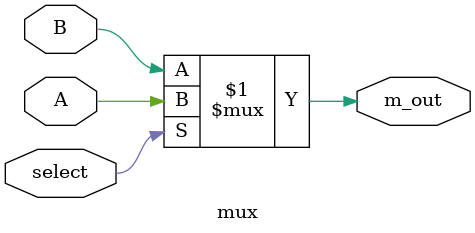
<source format=v>
module mux(m_out,A,B,select);
	input A,B,select;
	output m_out;

	assign m_out = (select) ? A : B;
endmodule
</source>
